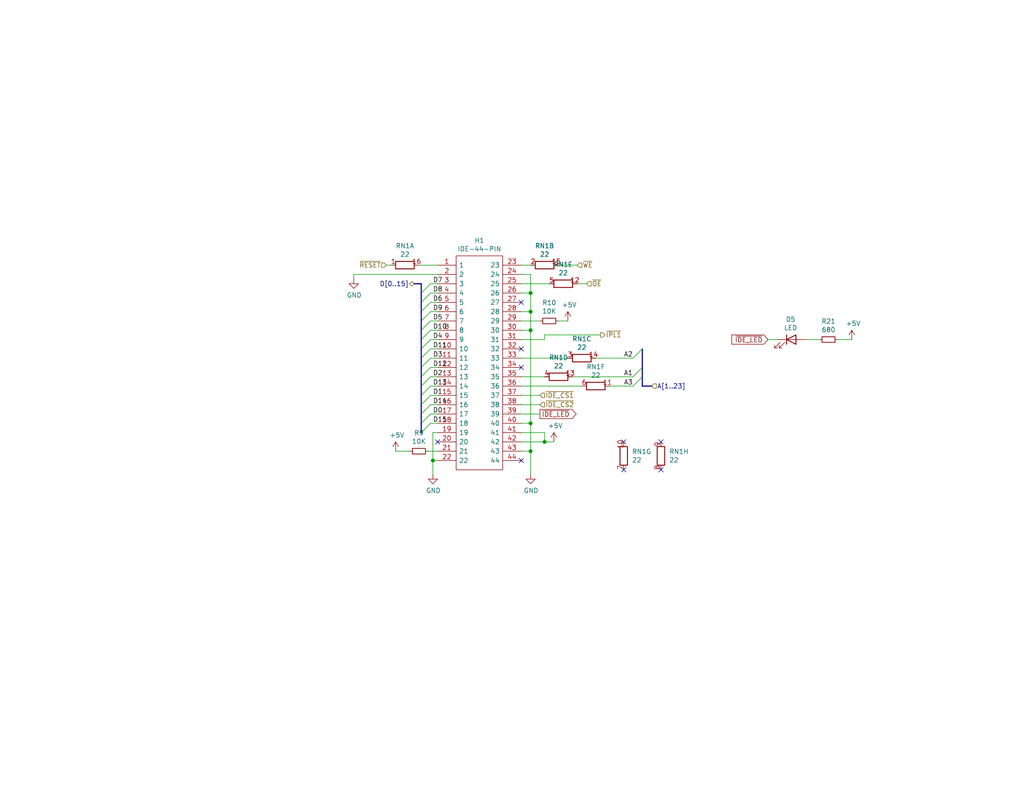
<source format=kicad_sch>
(kicad_sch (version 20230121) (generator eeschema)
  (paper "USLetter")
  (lib_symbols
    (symbol "Device:LED" (pin_numbers hide) (pin_names (offset 1.016) hide)
      (property "Reference" "D" (at 0 2.54 0))
      (property "Value" "LED" (at 0 -2.54 0))
      (symbol "LED_0_1"
        (polyline (pts (xy -1.27 -1.27) (xy -1.27 1.27)) (stroke (width 0.254)))
        (polyline (pts (xy -1.27 0) (xy 1.27 0)))
        (polyline (pts (xy 1.27 -1.27) (xy 1.27 1.27) (xy -1.27 0) (xy 1.27 -1.27)) (stroke (width 0.254)))
        (polyline (pts (xy -3.048 -0.762) (xy -4.572 -2.286) (xy -3.81 -2.286) (xy -4.572 -2.286) (xy -4.572 -1.524)))
        (polyline (pts (xy -1.778 -0.762) (xy -3.302 -2.286) (xy -2.54 -2.286) (xy -3.302 -2.286) (xy -3.302 -1.524)))
      )
      (symbol "LED_1_1"
        (pin passive line (at -3.81 0 0) (length 2.54) (name "K") (number "1"))
        (pin passive line (at 3.81 0 180) (length 2.54) (name "A") (number "2"))
      )
    )
    (symbol "Device:R_Pack08_Split" (pin_names (offset 0) hide)
      (property "Reference" "RN" (at 2.032 0 90))
      (property "Value" "R_Pack08_Split" (at 0 0 90))
      (symbol "R_Pack08_Split_0_1"
        (rectangle (start 1.016 2.54) (end -1.016 -2.54) (stroke (width 0.254)))
      )
      (symbol "R_Pack08_Split_1_1"
        (pin passive line (at 0 -3.81 90) (length 1.27) (name "R1.1") (number "1"))
        (pin passive line (at 0 3.81 270) (length 1.27) (name "R1.2") (number "16"))
      )
      (symbol "R_Pack08_Split_2_1"
        (pin passive line (at 0 3.81 270) (length 1.27) (name "R2.2") (number "15"))
        (pin passive line (at 0 -3.81 90) (length 1.27) (name "R2.1") (number "2"))
      )
      (symbol "R_Pack08_Split_3_1"
        (pin passive line (at 0 3.81 270) (length 1.27) (name "R3.2") (number "14"))
        (pin passive line (at 0 -3.81 90) (length 1.27) (name "R3.1") (number "3"))
      )
      (symbol "R_Pack08_Split_4_1"
        (pin passive line (at 0 3.81 270) (length 1.27) (name "R4.2") (number "13"))
        (pin passive line (at 0 -3.81 90) (length 1.27) (name "R4.1") (number "4"))
      )
      (symbol "R_Pack08_Split_5_1"
        (pin passive line (at 0 3.81 270) (length 1.27) (name "R5.2") (number "12"))
        (pin passive line (at 0 -3.81 90) (length 1.27) (name "R5.1") (number "5"))
      )
      (symbol "R_Pack08_Split_6_1"
        (pin passive line (at 0 3.81 270) (length 1.27) (name "R6.2") (number "11"))
        (pin passive line (at 0 -3.81 90) (length 1.27) (name "R6.1") (number "6"))
      )
      (symbol "R_Pack08_Split_7_1"
        (pin passive line (at 0 3.81 270) (length 1.27) (name "R7.2") (number "10"))
        (pin passive line (at 0 -3.81 90) (length 1.27) (name "R7.1") (number "7"))
      )
      (symbol "R_Pack08_Split_8_1"
        (pin passive line (at 0 -3.81 90) (length 1.27) (name "R8.1") (number "8"))
        (pin passive line (at 0 3.81 270) (length 1.27) (name "R8.2") (number "9"))
      )
    )
    (symbol "Device:R_Small" (pin_numbers hide) (pin_names (offset 0.254) hide)
      (property "Reference" "R" (at 0.762 0.508 0))
      (property "Value" "R_Small" (at 0.762 -1.016 0))
      (symbol "R_Small_0_1"
        (rectangle (start -0.762 1.778) (end 0.762 -1.778) (stroke (width 0.2032)))
      )
      (symbol "R_Small_1_1"
        (pin passive line (at 0 2.54 270) (length 0.762) (name "~") (number "1"))
        (pin passive line (at 0 -2.54 90) (length 0.762) (name "~") (number "2"))
      )
    )
    (symbol "custom:IDE-44-PIN" (pin_names (offset 0.762))
      (property "Reference" "H" (at 19.05 7.62 0))
      (property "Value" "IDE-44-PIN" (at 19.05 5.08 0))
      (symbol "IDE-44-PIN_0_0"
        (pin passive line (at 0 0 0) (length 5.08) (name "1") (number "1"))
        (pin passive line (at 0 -22.86 0) (length 5.08) (name "10") (number "10"))
        (pin passive line (at 0 -25.4 0) (length 5.08) (name "11") (number "11"))
        (pin passive line (at 0 -27.94 0) (length 5.08) (name "12") (number "12"))
        (pin passive line (at 0 -30.48 0) (length 5.08) (name "13") (number "13"))
        (pin passive line (at 0 -33.02 0) (length 5.08) (name "14") (number "14"))
        (pin passive line (at 0 -35.56 0) (length 5.08) (name "15") (number "15"))
        (pin passive line (at 0 -38.1 0) (length 5.08) (name "16") (number "16"))
        (pin passive line (at 0 -40.64 0) (length 5.08) (name "17") (number "17"))
        (pin passive line (at 0 -43.18 0) (length 5.08) (name "18") (number "18"))
        (pin passive line (at 0 -45.72 0) (length 5.08) (name "19") (number "19"))
        (pin passive line (at 0 -2.54 0) (length 5.08) (name "2") (number "2"))
        (pin passive line (at 0 -48.26 0) (length 5.08) (name "20") (number "20"))
        (pin passive line (at 0 -50.8 0) (length 5.08) (name "21") (number "21"))
        (pin passive line (at 0 -53.34 0) (length 5.08) (name "22") (number "22"))
        (pin passive line (at 22.86 0 180) (length 5.08) (name "23") (number "23"))
        (pin passive line (at 22.86 -2.54 180) (length 5.08) (name "24") (number "24"))
        (pin passive line (at 22.86 -5.08 180) (length 5.08) (name "25") (number "25"))
        (pin passive line (at 22.86 -7.62 180) (length 5.08) (name "26") (number "26"))
        (pin passive line (at 22.86 -10.16 180) (length 5.08) (name "27") (number "27"))
        (pin passive line (at 22.86 -12.7 180) (length 5.08) (name "28") (number "28"))
        (pin passive line (at 22.86 -15.24 180) (length 5.08) (name "29") (number "29"))
        (pin passive line (at 0 -5.08 0) (length 5.08) (name "3") (number "3"))
        (pin passive line (at 22.86 -17.78 180) (length 5.08) (name "30") (number "30"))
        (pin passive line (at 22.86 -20.32 180) (length 5.08) (name "31") (number "31"))
        (pin passive line (at 22.86 -22.86 180) (length 5.08) (name "32") (number "32"))
        (pin passive line (at 22.86 -25.4 180) (length 5.08) (name "33") (number "33"))
        (pin passive line (at 22.86 -27.94 180) (length 5.08) (name "34") (number "34"))
        (pin passive line (at 22.86 -30.48 180) (length 5.08) (name "35") (number "35"))
        (pin passive line (at 22.86 -33.02 180) (length 5.08) (name "36") (number "36"))
        (pin passive line (at 22.86 -35.56 180) (length 5.08) (name "37") (number "37"))
        (pin passive line (at 22.86 -38.1 180) (length 5.08) (name "38") (number "38"))
        (pin passive line (at 22.86 -40.64 180) (length 5.08) (name "39") (number "39"))
        (pin passive line (at 0 -7.62 0) (length 5.08) (name "4") (number "4"))
        (pin passive line (at 22.86 -43.18 180) (length 5.08) (name "40") (number "40"))
        (pin passive line (at 22.86 -45.72 180) (length 5.08) (name "41") (number "41"))
        (pin passive line (at 22.86 -48.26 180) (length 5.08) (name "42") (number "42"))
        (pin passive line (at 22.86 -50.8 180) (length 5.08) (name "43") (number "43"))
        (pin passive line (at 22.86 -53.34 180) (length 5.08) (name "44") (number "44"))
        (pin passive line (at 0 -10.16 0) (length 5.08) (name "5") (number "5"))
        (pin passive line (at 0 -12.7 0) (length 5.08) (name "6") (number "6"))
        (pin passive line (at 0 -15.24 0) (length 5.08) (name "7") (number "7"))
        (pin passive line (at 0 -17.78 0) (length 5.08) (name "8") (number "8"))
        (pin passive line (at 0 -20.32 0) (length 5.08) (name "9") (number "9"))
      )
      (symbol "IDE-44-PIN_0_1"
        (polyline (pts (xy 5.08 2.54) (xy 17.78 2.54) (xy 17.78 -55.88) (xy 5.08 -55.88) (xy 5.08 2.54)) (stroke (width 0.1524)))
      )
    )
    (symbol "power:+5V" (power) (pin_names (offset 0))
      (property "Value" "+5V" (at 0 3.556 0))
      (symbol "+5V_0_1"
        (polyline (pts (xy -0.762 1.27) (xy 0 2.54)))
        (polyline (pts (xy 0 0) (xy 0 2.54)))
        (polyline (pts (xy 0 2.54) (xy 0.762 1.27)))
      )
      (symbol "+5V_1_1"
        (pin power_in line (at 0 0 90) (length 0) hide (name "+5V") (number "1"))
      )
    )
    (symbol "power:GND" (power) (pin_names (offset 0))
      (property "Value" "GND" (at 0 -3.81 0))
      (symbol "GND_0_1"
        (polyline (pts (xy 0 0) (xy 0 -1.27) (xy 1.27 -1.27) (xy 0 -2.54) (xy -1.27 -1.27) (xy 0 -1.27)))
      )
      (symbol "GND_1_1"
        (pin power_in line (at 0 0 270) (length 0) hide (name "GND") (number "1"))
      )
    )
  )
  (junction (at 144.78 80.01))
  (junction (at 144.78 85.09))
  (junction (at 144.78 90.17))
  (junction (at 118.11 125.73))
  (junction (at 144.78 123.19))
  (junction (at 144.78 115.57))
  (junction (at 148.59 120.65))
  (no_connect (at 142.24 125.73))
  (no_connect (at 180.34 128.27))
  (no_connect (at 142.24 100.33))
  (no_connect (at 142.24 95.25))
  (no_connect (at 180.34 120.65))
  (no_connect (at 170.18 128.27))
  (no_connect (at 170.18 120.65))
  (no_connect (at 142.24 82.55))
  (no_connect (at 119.38 120.65))
  (bus_entry (at 117.475 115.57) (size -2.54 2.54))
  (bus_entry (at 117.475 77.47) (size -2.54 2.54))
  (bus_entry (at 117.475 85.09) (size -2.54 2.54))
  (bus_entry (at 117.475 97.79) (size -2.54 2.54))
  (bus_entry (at 117.475 95.25) (size -2.54 2.54))
  (bus_entry (at 172.72 97.79) (size 2.54 -2.54))
  (bus_entry (at 117.475 90.17) (size -2.54 2.54))
  (bus_entry (at 172.72 102.87) (size 2.54 -2.54))
  (bus_entry (at 117.475 87.63) (size -2.54 2.54))
  (bus_entry (at 117.475 113.03) (size -2.54 2.54))
  (bus_entry (at 117.475 102.87) (size -2.54 2.54))
  (bus_entry (at 117.475 82.55) (size -2.54 2.54))
  (bus_entry (at 117.475 100.33) (size -2.54 2.54))
  (bus_entry (at 117.475 92.71) (size -2.54 2.54))
  (bus_entry (at 117.475 107.95) (size -2.54 2.54))
  (bus_entry (at 117.475 110.49) (size -2.54 2.54))
  (bus_entry (at 117.475 105.41) (size -2.54 2.54))
  (bus_entry (at 117.475 80.01) (size -2.54 2.54))
  (bus_entry (at 172.72 105.41) (size 2.54 -2.54))
  (wire (pts (xy 119.38 77.47) (xy 117.475 77.47)))
  (bus (pts (xy 114.935 105.41) (xy 114.935 107.95)))
  (wire (pts (xy 172.72 102.87) (xy 156.21 102.87)))
  (bus (pts (xy 114.935 115.57) (xy 114.935 118.11)))
  (bus (pts (xy 114.935 90.17) (xy 114.935 92.71)))
  (bus (pts (xy 175.26 105.41) (xy 177.8 105.41)))
  (bus (pts (xy 175.26 100.33) (xy 175.26 102.87)))
  (wire (pts (xy 142.24 97.79) (xy 154.94 97.79)))
  (wire (pts (xy 144.78 123.19) (xy 144.78 129.54)))
  (wire (pts (xy 142.24 72.39) (xy 144.78 72.39)))
  (wire (pts (xy 148.59 92.71) (xy 142.24 92.71)))
  (wire (pts (xy 142.24 87.63) (xy 147.32 87.63)))
  (wire (pts (xy 107.95 123.19) (xy 111.76 123.19)))
  (bus (pts (xy 114.935 85.09) (xy 114.935 87.63)))
  (wire (pts (xy 119.38 72.39) (xy 114.3 72.39)))
  (bus (pts (xy 114.935 77.47) (xy 114.935 80.01)))
  (wire (pts (xy 144.78 80.01) (xy 144.78 85.09)))
  (wire (pts (xy 119.38 90.17) (xy 117.475 90.17)))
  (bus (pts (xy 175.26 95.25) (xy 175.26 100.33)))
  (wire (pts (xy 144.78 115.57) (xy 144.78 123.19)))
  (wire (pts (xy 119.38 97.79) (xy 117.475 97.79)))
  (bus (pts (xy 114.935 82.55) (xy 114.935 85.09)))
  (wire (pts (xy 119.38 80.01) (xy 117.475 80.01)))
  (wire (pts (xy 142.24 105.41) (xy 158.75 105.41)))
  (wire (pts (xy 154.94 87.63) (xy 152.4 87.63)))
  (wire (pts (xy 162.56 97.79) (xy 172.72 97.79)))
  (wire (pts (xy 142.24 77.47) (xy 149.86 77.47)))
  (wire (pts (xy 142.24 107.95) (xy 147.32 107.95)))
  (wire (pts (xy 219.71 92.71) (xy 223.52 92.71)))
  (wire (pts (xy 119.38 102.87) (xy 117.475 102.87)))
  (wire (pts (xy 157.48 72.39) (xy 152.4 72.39)))
  (bus (pts (xy 114.935 92.71) (xy 114.935 95.25)))
  (wire (pts (xy 142.24 90.17) (xy 144.78 90.17)))
  (wire (pts (xy 209.55 92.71) (xy 212.09 92.71)))
  (wire (pts (xy 142.24 85.09) (xy 144.78 85.09)))
  (bus (pts (xy 114.935 80.01) (xy 114.935 82.55)))
  (wire (pts (xy 160.02 77.47) (xy 157.48 77.47)))
  (wire (pts (xy 119.38 92.71) (xy 117.475 92.71)))
  (wire (pts (xy 119.38 105.41) (xy 117.475 105.41)))
  (bus (pts (xy 175.26 102.87) (xy 175.26 105.41)))
  (bus (pts (xy 114.935 100.33) (xy 114.935 102.87)))
  (wire (pts (xy 148.59 118.11) (xy 148.59 120.65)))
  (wire (pts (xy 119.38 107.95) (xy 117.475 107.95)))
  (wire (pts (xy 172.72 105.41) (xy 166.37 105.41)))
  (wire (pts (xy 96.52 74.93) (xy 119.38 74.93)))
  (wire (pts (xy 119.38 118.11) (xy 118.11 118.11)))
  (wire (pts (xy 148.59 91.44) (xy 163.83 91.44)))
  (wire (pts (xy 142.24 80.01) (xy 144.78 80.01)))
  (wire (pts (xy 119.38 87.63) (xy 117.475 87.63)))
  (wire (pts (xy 142.24 74.93) (xy 144.78 74.93)))
  (bus (pts (xy 114.935 77.47) (xy 113.03 77.47)))
  (wire (pts (xy 119.38 123.19) (xy 116.84 123.19)))
  (bus (pts (xy 114.935 95.25) (xy 114.935 97.79)))
  (bus (pts (xy 114.935 97.79) (xy 114.935 100.33)))
  (wire (pts (xy 142.24 120.65) (xy 148.59 120.65)))
  (wire (pts (xy 144.78 74.93) (xy 144.78 80.01)))
  (wire (pts (xy 119.38 110.49) (xy 117.475 110.49)))
  (wire (pts (xy 142.24 102.87) (xy 148.59 102.87)))
  (bus (pts (xy 114.935 113.03) (xy 114.935 115.57)))
  (wire (pts (xy 119.38 85.09) (xy 117.475 85.09)))
  (wire (pts (xy 144.78 85.09) (xy 144.78 90.17)))
  (wire (pts (xy 144.78 90.17) (xy 144.78 115.57)))
  (wire (pts (xy 118.11 118.11) (xy 118.11 125.73)))
  (wire (pts (xy 119.38 82.55) (xy 117.475 82.55)))
  (wire (pts (xy 119.38 125.73) (xy 118.11 125.73)))
  (wire (pts (xy 105.41 72.39) (xy 106.68 72.39)))
  (wire (pts (xy 148.59 92.71) (xy 148.59 91.44)))
  (bus (pts (xy 114.935 110.49) (xy 114.935 113.03)))
  (wire (pts (xy 148.59 120.65) (xy 151.13 120.65)))
  (bus (pts (xy 114.935 102.87) (xy 114.935 105.41)))
  (wire (pts (xy 119.38 115.57) (xy 117.475 115.57)))
  (wire (pts (xy 118.11 125.73) (xy 118.11 129.54)))
  (wire (pts (xy 228.6 92.71) (xy 232.41 92.71)))
  (wire (pts (xy 142.24 118.11) (xy 148.59 118.11)))
  (wire (pts (xy 142.24 115.57) (xy 144.78 115.57)))
  (wire (pts (xy 142.24 113.03) (xy 147.32 113.03)))
  (wire (pts (xy 119.38 100.33) (xy 117.475 100.33)))
  (wire (pts (xy 142.24 123.19) (xy 144.78 123.19)))
  (wire (pts (xy 119.38 113.03) (xy 117.475 113.03)))
  (wire (pts (xy 142.24 110.49) (xy 147.32 110.49)))
  (wire (pts (xy 96.52 74.93) (xy 96.52 76.2)))
  (bus (pts (xy 114.935 107.95) (xy 114.935 110.49)))
  (bus (pts (xy 114.935 87.63) (xy 114.935 90.17)))
  (wire (pts (xy 119.38 95.25) (xy 117.475 95.25)))
  (label "D9" (at 118.11 85.09 0))
  (label "A2" (at 170.18 97.79 0))
  (label "D2" (at 118.11 102.87 0))
  (label "D1" (at 118.11 107.95 0))
  (label "A3" (at 170.18 105.41 0))
  (label "D0" (at 118.11 113.03 0))
  (label "D13" (at 118.11 105.41 0))
  (label "D10" (at 118.11 90.17 0))
  (label "D14" (at 118.11 110.49 0))
  (label "D7" (at 118.11 77.47 0))
  (label "D5" (at 118.11 87.63 0))
  (label "D6" (at 118.11 82.55 0))
  (label "D3" (at 118.11 97.79 0))
  (label "D4" (at 118.11 92.71 0))
  (label "D15" (at 118.11 115.57 0))
  (label "A1" (at 170.18 102.87 0))
  (label "D8" (at 118.11 80.01 0))
  (label "D11" (at 118.11 95.25 0))
  (label "D12" (at 118.11 100.33 0))
  (global_label "~{IDE_LED}" (shape output) (at 147.32 113.03 0) (property "Intersheetrefs" "${INTERSHEET_REFS}" (effects hide)))
  (global_label "~{IDE_LED}" (shape input) (at 209.55 92.71 180) (property "Intersheetrefs" "${INTERSHEET_REFS}" (effects hide)))
  (hierarchical_label "~{RESET}" (shape input) (at 105.41 72.39 180))
  (hierarchical_label "D[0..15]" (shape bidirectional) (at 113.03 77.47 180))
  (hierarchical_label "~{IDE_CS1}" (shape input) (at 147.32 107.95 0))
  (hierarchical_label "~{IPL1}" (shape output) (at 163.83 91.44 0))
  (hierarchical_label "A[1..23]" (shape input) (at 177.8 105.41 0))
  (hierarchical_label "~{OE}" (shape input) (at 160.02 77.47 0))
  (hierarchical_label "~{WE}" (shape input) (at 157.48 72.39 0))
  (hierarchical_label "~{IDE_CS2}" (shape input) (at 147.32 110.49 0))
  (symbol (lib_id "custom:IDE-44-PIN") (at 119.38 72.39 0) (unit 1)
    (property "Reference" "H1" (at 130.81 65.659 0))
    (property "Value" "IDE-44-PIN" (at 130.81 67.9704 0))
    (property "Footprint" "raven68k-rev1:SHDR44W55P200_2X22_4665X630X640P" (effects hide))
    (property "Datasheet" "https://www.arrow.com/en/products/57102-g06-22lf/amphenol-fci" (effects hide))
    (property "Description" "Conn Unshrouded Header HDR 44 POS 2mm Solder ST Thru-Hole Bulk" (effects hide))
    (property "Height" "5.5" (effects hide))
    (property "Manufacturer_Name" "Amphenol" (effects hide))
    (property "Manufacturer_Part_Number" "57102-G06-22LF" (effects hide))
  )
  (symbol (lib_id "Device:R_Small") (at 114.3 123.19 270) (unit 1)
    (property "Reference" "R9" (at 114.3 118.2116 90))
    (property "Value" "10K" (at 114.3 120.523 90))
    (property "Footprint" "Resistor_SMD:R_1206_3216Metric_Pad1.30x1.75mm_HandSolder" (effects hide))
  )
  (symbol (lib_id "Device:R_Small") (at 149.86 87.63 270) (unit 1)
    (property "Reference" "R10" (at 149.86 82.6516 90))
    (property "Value" "10K" (at 149.86 84.963 90))
    (property "Footprint" "Resistor_SMD:R_1206_3216Metric_Pad1.30x1.75mm_HandSolder" (effects hide))
  )
  (symbol (lib_id "power:+5V") (at 154.94 87.63 0) (unit 1)
    (property "Reference" "#PWR053" (effects hide))
    (property "Value" "+5V" (at 155.321 83.2358 0))
  )
  (symbol (lib_id "power:+5V") (at 151.13 120.65 0) (unit 1)
    (property "Reference" "#PWR052" (effects hide))
    (property "Value" "+5V" (at 151.511 116.2558 0))
  )
  (symbol (lib_id "power:+5V") (at 107.95 123.19 0) (unit 1)
    (property "Reference" "#PWR049" (effects hide))
    (property "Value" "+5V" (at 108.331 118.7958 0))
  )
  (symbol (lib_id "power:GND") (at 96.52 76.2 0) (unit 1)
    (property "Reference" "#PWR048" (effects hide))
    (property "Value" "GND" (at 96.647 80.5942 0))
  )
  (symbol (lib_id "power:GND") (at 118.11 129.54 0) (unit 1)
    (property "Reference" "#PWR050" (effects hide))
    (property "Value" "GND" (at 118.237 133.9342 0))
  )
  (symbol (lib_id "power:GND") (at 144.78 129.54 0) (unit 1)
    (property "Reference" "#PWR051" (effects hide))
    (property "Value" "GND" (at 144.907 133.9342 0))
  )
  (symbol (lib_id "Device:R_Pack08_Split") (at 110.49 72.39 270) (unit 1)
    (property "Reference" "RN1" (at 110.49 67.1322 90))
    (property "Value" "22" (at 110.49 69.4436 90))
    (property "Footprint" "Package_DIP:DIP-16_W7.62mm_Socket_LongPads" (effects hide))
  )
  (symbol (lib_id "Device:R_Pack08_Split") (at 148.59 72.39 270) (unit 2)
    (property "Reference" "RN1" (at 148.59 67.1322 90))
    (property "Value" "22" (at 148.59 69.4436 90))
    (property "Footprint" "Package_DIP:DIP-16_W7.62mm_Socket_LongPads" (effects hide))
  )
  (symbol (lib_id "Device:R_Pack08_Split") (at 153.67 77.47 270) (unit 5)
    (property "Reference" "RN1" (at 153.67 72.2122 90))
    (property "Value" "22" (at 153.67 74.5236 90))
    (property "Footprint" "Package_DIP:DIP-16_W7.62mm_Socket_LongPads" (effects hide))
  )
  (symbol (lib_id "Device:R_Pack08_Split") (at 158.75 97.79 270) (unit 3)
    (property "Reference" "RN1" (at 158.75 92.5322 90))
    (property "Value" "22" (at 158.75 94.8436 90))
    (property "Footprint" "Package_DIP:DIP-16_W7.62mm_Socket_LongPads" (effects hide))
  )
  (symbol (lib_id "Device:R_Pack08_Split") (at 152.4 102.87 270) (unit 4)
    (property "Reference" "RN1" (at 152.4 97.6122 90))
    (property "Value" "22" (at 152.4 99.9236 90))
    (property "Footprint" "Package_DIP:DIP-16_W7.62mm_Socket_LongPads" (effects hide))
  )
  (symbol (lib_id "Device:R_Pack08_Split") (at 162.56 105.41 270) (unit 6)
    (property "Reference" "RN1" (at 162.56 100.1522 90))
    (property "Value" "22" (at 162.56 102.4636 90))
    (property "Footprint" "Package_DIP:DIP-16_W7.62mm_Socket_LongPads" (effects hide))
  )
  (symbol (lib_id "Device:R_Pack08_Split") (at 170.18 124.46 0) (unit 7)
    (property "Reference" "RN1" (at 172.4152 123.2916 0) (effects (justify left)))
    (property "Value" "22" (at 172.4152 125.603 0) (effects (justify left)))
    (property "Footprint" "Package_DIP:DIP-16_W7.62mm_Socket_LongPads" (effects hide))
  )
  (symbol (lib_id "Device:R_Pack08_Split") (at 180.34 124.46 0) (unit 8)
    (property "Reference" "RN1" (at 182.5752 123.2916 0) (effects (justify left)))
    (property "Value" "22" (at 182.5752 125.603 0) (effects (justify left)))
    (property "Footprint" "Package_DIP:DIP-16_W7.62mm_Socket_LongPads" (effects hide))
  )
  (symbol (lib_id "Device:R_Small") (at 226.06 92.71 270) (unit 1)
    (property "Reference" "R21" (at 226.06 87.7316 90))
    (property "Value" "680" (at 226.06 90.043 90))
    (property "Footprint" "Resistor_SMD:R_1206_3216Metric_Pad1.30x1.75mm_HandSolder" (effects hide))
  )
  (symbol (lib_id "power:+5V") (at 232.41 92.71 0) (unit 1)
    (property "Reference" "#PWR056" (effects hide))
    (property "Value" "+5V" (at 232.791 88.3158 0))
  )
  (symbol (lib_id "Device:LED") (at 215.9 92.71 0) (unit 1)
    (property "Reference" "D5" (at 215.7222 87.1982 0))
    (property "Value" "LED" (at 215.7222 89.5096 0))
    (property "Footprint" "LED_THT:LED_D3.0mm" (effects hide))
  )
)
</source>
